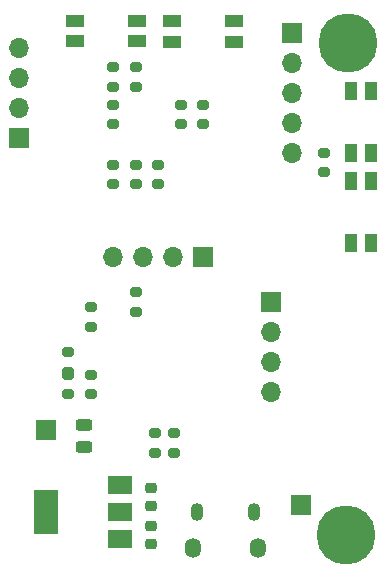
<source format=gbr>
%TF.GenerationSoftware,KiCad,Pcbnew,(6.0.0)*%
%TF.CreationDate,2022-01-25T23:20:27+01:00*%
%TF.ProjectId,esp-temp-thingi-pcb,6573702d-7465-46d7-902d-7468696e6769,rev?*%
%TF.SameCoordinates,Original*%
%TF.FileFunction,Soldermask,Bot*%
%TF.FilePolarity,Negative*%
%FSLAX46Y46*%
G04 Gerber Fmt 4.6, Leading zero omitted, Abs format (unit mm)*
G04 Created by KiCad (PCBNEW (6.0.0)) date 2022-01-25 23:20:27*
%MOMM*%
%LPD*%
G01*
G04 APERTURE LIST*
G04 Aperture macros list*
%AMRoundRect*
0 Rectangle with rounded corners*
0 $1 Rounding radius*
0 $2 $3 $4 $5 $6 $7 $8 $9 X,Y pos of 4 corners*
0 Add a 4 corners polygon primitive as box body*
4,1,4,$2,$3,$4,$5,$6,$7,$8,$9,$2,$3,0*
0 Add four circle primitives for the rounded corners*
1,1,$1+$1,$2,$3*
1,1,$1+$1,$4,$5*
1,1,$1+$1,$6,$7*
1,1,$1+$1,$8,$9*
0 Add four rect primitives between the rounded corners*
20,1,$1+$1,$2,$3,$4,$5,0*
20,1,$1+$1,$4,$5,$6,$7,0*
20,1,$1+$1,$6,$7,$8,$9,0*
20,1,$1+$1,$8,$9,$2,$3,0*%
G04 Aperture macros list end*
%ADD10R,1.700000X1.700000*%
%ADD11O,1.700000X1.700000*%
%ADD12O,1.350000X1.700000*%
%ADD13O,1.100000X1.500000*%
%ADD14C,5.000000*%
%ADD15R,1.000000X1.550000*%
%ADD16RoundRect,0.243750X-0.456250X0.243750X-0.456250X-0.243750X0.456250X-0.243750X0.456250X0.243750X0*%
%ADD17R,1.550000X1.000000*%
%ADD18RoundRect,0.200000X0.275000X-0.200000X0.275000X0.200000X-0.275000X0.200000X-0.275000X-0.200000X0*%
%ADD19RoundRect,0.200000X-0.275000X0.200000X-0.275000X-0.200000X0.275000X-0.200000X0.275000X0.200000X0*%
%ADD20RoundRect,0.225000X0.250000X-0.225000X0.250000X0.225000X-0.250000X0.225000X-0.250000X-0.225000X0*%
%ADD21R,2.000000X1.500000*%
%ADD22R,2.000000X3.800000*%
G04 APERTURE END LIST*
D10*
%TO.C,J5*%
X162560000Y-95895000D03*
D11*
X162560000Y-98435000D03*
X162560000Y-100975000D03*
X162560000Y-103515000D03*
%TD*%
D12*
%TO.C,J6*%
X155995000Y-116685000D03*
D13*
X161145000Y-113685000D03*
X156305000Y-113685000D03*
D12*
X161455000Y-116685000D03*
%TD*%
D10*
%TO.C,J1*%
X156835000Y-92075000D03*
D11*
X154295000Y-92075000D03*
X151755000Y-92075000D03*
X149215000Y-92075000D03*
%TD*%
D10*
%TO.C,J2*%
X143510000Y-106680000D03*
%TD*%
D14*
%TO.C,REF\u002A\u002A*%
X169113200Y-73964800D03*
%TD*%
D10*
%TO.C,J7*%
X164338000Y-73126600D03*
D11*
X164338000Y-75666600D03*
X164338000Y-78206600D03*
X164338000Y-80746600D03*
X164338000Y-83286600D03*
%TD*%
D10*
%TO.C,J4*%
X141274800Y-82006600D03*
D11*
X141274800Y-79466600D03*
X141274800Y-76926600D03*
X141274800Y-74386600D03*
%TD*%
D14*
%TO.C,*%
X168910000Y-115570000D03*
%TD*%
D10*
%TO.C,J3*%
X165100000Y-113030000D03*
%TD*%
D15*
%TO.C,SW1*%
X171030000Y-78020000D03*
X171030000Y-83270000D03*
X169330000Y-83270000D03*
X169330000Y-78020000D03*
%TD*%
D16*
%TO.C,F1*%
X146761200Y-106299000D03*
X146761200Y-108174000D03*
%TD*%
D17*
%TO.C,SW3*%
X159470000Y-72116200D03*
X154220000Y-72116200D03*
X154220000Y-73816200D03*
X159470000Y-73816200D03*
%TD*%
D18*
%TO.C,R9*%
X145415000Y-103695000D03*
X145415000Y-102045000D03*
%TD*%
D19*
%TO.C,R12*%
X154355800Y-106998000D03*
X154355800Y-108648000D03*
%TD*%
%TO.C,R20*%
X154940000Y-79185000D03*
X154940000Y-80835000D03*
%TD*%
D18*
%TO.C,R8*%
X147320000Y-97980000D03*
X147320000Y-96330000D03*
%TD*%
D15*
%TO.C,SW2*%
X171030000Y-85640000D03*
X171030000Y-90890000D03*
X169330000Y-90890000D03*
X169330000Y-85640000D03*
%TD*%
D19*
%TO.C,R21*%
X149225000Y-79185000D03*
X149225000Y-80835000D03*
%TD*%
D17*
%TO.C,SW4*%
X151215000Y-72098800D03*
X145965000Y-72098800D03*
X145965000Y-73798800D03*
X151215000Y-73798800D03*
%TD*%
D19*
%TO.C,R16*%
X167106600Y-83249000D03*
X167106600Y-84899000D03*
%TD*%
D18*
%TO.C,R7*%
X151130000Y-77660000D03*
X151130000Y-76010000D03*
%TD*%
%TO.C,R10*%
X145415000Y-101790000D03*
X145415000Y-100140000D03*
%TD*%
D20*
%TO.C,C7*%
X152400000Y-113170000D03*
X152400000Y-111620000D03*
%TD*%
D19*
%TO.C,R5*%
X151130000Y-95060000D03*
X151130000Y-96710000D03*
%TD*%
D18*
%TO.C,R6*%
X152755600Y-108648000D03*
X152755600Y-106998000D03*
%TD*%
D20*
%TO.C,C6*%
X152400000Y-116345000D03*
X152400000Y-114795000D03*
%TD*%
D18*
%TO.C,R2*%
X151130000Y-85915000D03*
X151130000Y-84265000D03*
%TD*%
D19*
%TO.C,R11*%
X156845000Y-79185000D03*
X156845000Y-80835000D03*
%TD*%
D18*
%TO.C,R4*%
X147320000Y-103695000D03*
X147320000Y-102045000D03*
%TD*%
D19*
%TO.C,R1*%
X149225000Y-84265000D03*
X149225000Y-85915000D03*
%TD*%
D21*
%TO.C,U3*%
X149835000Y-111365000D03*
D22*
X143535000Y-113665000D03*
D21*
X149835000Y-113665000D03*
X149835000Y-115965000D03*
%TD*%
D18*
%TO.C,R13*%
X153035000Y-85915000D03*
X153035000Y-84265000D03*
%TD*%
%TO.C,R3*%
X149225000Y-77660000D03*
X149225000Y-76010000D03*
%TD*%
M02*

</source>
